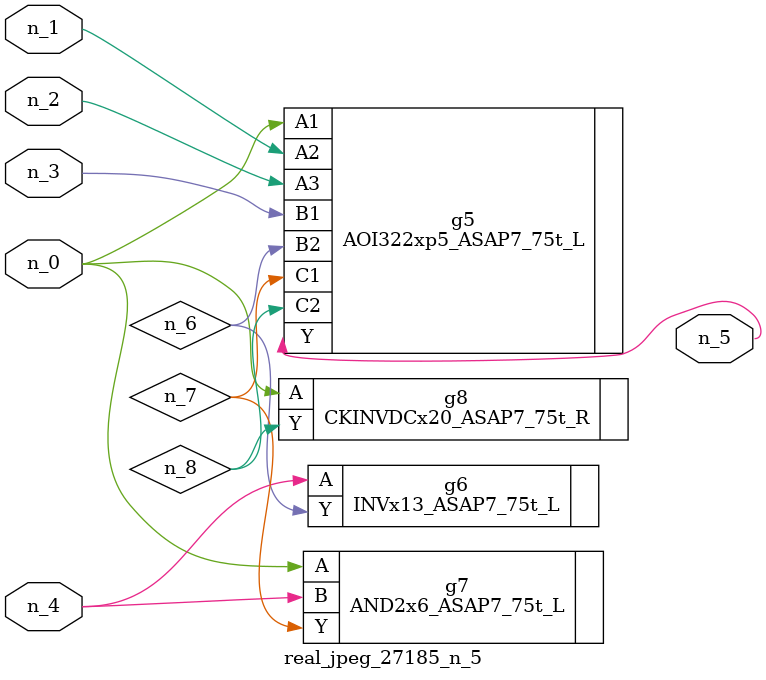
<source format=v>
module real_jpeg_27185_n_5 (n_4, n_0, n_1, n_2, n_3, n_5);

input n_4;
input n_0;
input n_1;
input n_2;
input n_3;

output n_5;

wire n_8;
wire n_6;
wire n_7;

AOI322xp5_ASAP7_75t_L g5 ( 
.A1(n_0),
.A2(n_1),
.A3(n_2),
.B1(n_3),
.B2(n_6),
.C1(n_7),
.C2(n_8),
.Y(n_5)
);

AND2x6_ASAP7_75t_L g7 ( 
.A(n_0),
.B(n_4),
.Y(n_7)
);

CKINVDCx20_ASAP7_75t_R g8 ( 
.A(n_0),
.Y(n_8)
);

INVx13_ASAP7_75t_L g6 ( 
.A(n_4),
.Y(n_6)
);


endmodule
</source>
